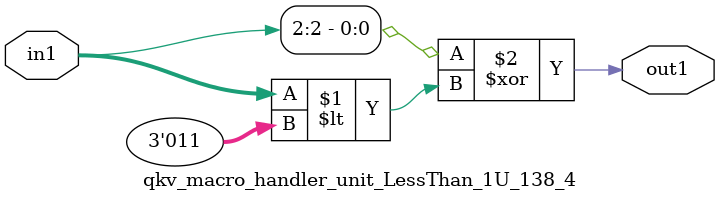
<source format=v>

`timescale 1ps / 1ps


module qkv_macro_handler_unit_LessThan_1U_138_4( in1, out1 );

    input [2:0] in1;
    output out1;

    
    // rtl_process:qkv_macro_handler_unit_LessThan_1U_138_4/qkv_macro_handler_unit_LessThan_1U_138_4_thread_1
    assign out1 = (in1[2] ^ in1 < 3'd3);

endmodule



</source>
